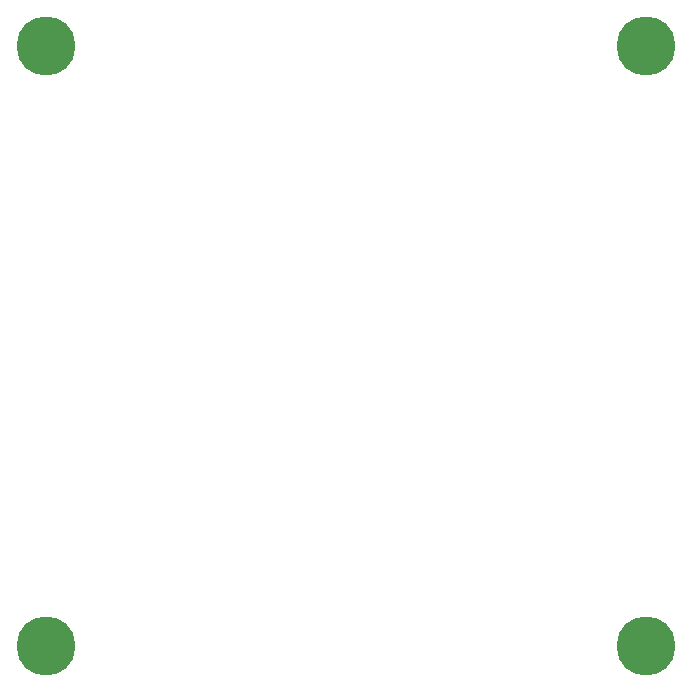
<source format=gtl>
G04 Layer: TopLayer*
G04 EasyEDA v6.5.22, 2023-02-15 20:21:58*
G04 4437690330c0464a833ae06912b54f16,5a6b42c53f6a479593ecc07194224c93,10*
G04 Gerber Generator version 0.2*
G04 Scale: 100 percent, Rotated: No, Reflected: No *
G04 Dimensions in millimeters *
G04 leading zeros omitted , absolute positions ,4 integer and 5 decimal *
%FSLAX45Y45*%
%MOMM*%

%ADD10C,5.0000*%

%LPD*%
D10*
G01*
X381000Y5461000D03*
G01*
X5461000Y5461000D03*
G01*
X5461000Y381000D03*
G01*
X381000Y381000D03*
M02*

</source>
